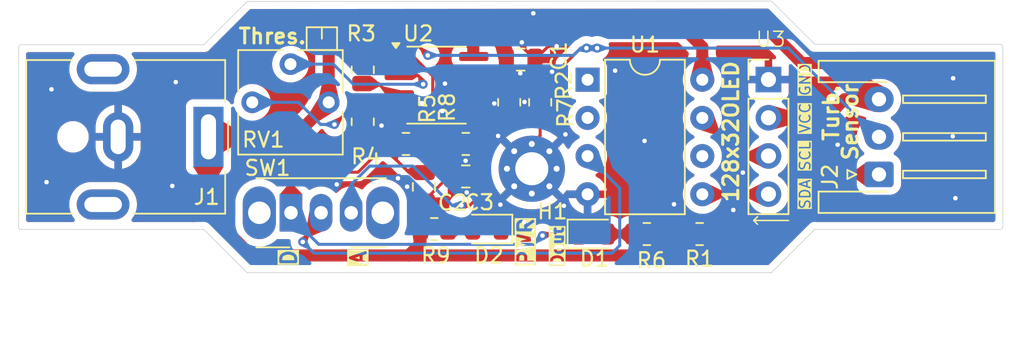
<source format=kicad_pcb>
(kicad_pcb (version 20240108) (generator "pcbnew") (generator_version "8.0")
  (title_block (title "Turbidity Meter based on ATTiny13") (date "2024-12-04") (rev "1.0") (company "Bandung Institute of Technology (ITB)") (comment 1 "Bostang Palaguna") (comment 2 "Designed by:"))
  (layers (0 "F.Cu" signal) (31 "B.Cu" signal) (34 "B.Paste" user) (35 "F.Paste" user) (36 "B.SilkS" user "B.Silkscreen") (37 "F.SilkS" user "F.Silkscreen") (38 "B.Mask" user) (39 "F.Mask" user) (44 "Edge.Cuts" user))
  (net 0 "")
  (net 1 "GND")
  (net 2 "+5V")
  (net 3 "/Digital_out")
  (net 4 "/Analog_out")
  (net 5 "Net-(D1-A)")
  (net 6 "Net-(D2-A)")
  (net 7 "/in_amp")
  (net 8 "Net-(J2-Pin_1)")
  (net 9 "Net-(U2A-+)")
  (net 10 "Net-(R4-Pad1)")
  (net 11 "Net-(R5-Pad1)")
  (net 12 "Net-(U2B-+)")
  (net 13 "Net-(U2B--)")
  (net 14 "/thres_pot")
  (net 15 "/Sensor_out")
  (net 17 "/OLED_SDA")
  (net 18 "/OLED_SCL")
  (footprint "LED_SMD:LED_0805_2012Metric" (layer "F.Cu") (at 67.001 29.0576 180)
    (property "Reference" "D2" (at -0.1293 -1.7526 360) (layer "F.SilkS"))
    (property "Value" "LED")
    (fp_line (start 1 -0.96) (end -1.685 -0.96) (stroke (width 0.12)) (layer "F.SilkS"))
    (fp_line (start -1.685 0.96) (end 1 0.96) (stroke (width 0.12)) (layer "F.SilkS"))
    (fp_line (start -1.685 -0.96) (end -1.685 0.96) (stroke (width 0.12)) (layer "F.SilkS"))
    (pad "1" smd roundrect (at -0.9375 0 180) (size 0.975 1.4) (layers "F.Cu" "F.Paste" "F.Mask") (net 1 "GND"))
    (pad "2" smd roundrect (at 0.9375 0 180) (size 0.975 1.4) (layers "F.Cu" "F.Paste" "F.Mask") (net 6 "Net-(D2-A)"))
  )
  (footprint "Resistor_SMD:R_0805_2012Metric" (layer "F.Cu") (at 81.1257 29.3878 180)
    (property "Reference" "R1" (at 0 -1.65 360) (layer "F.SilkS"))
    (property "Value" "500")
    (fp_line (start -0.227064 0.735) (end 0.227064 0.735) (stroke (width 0.12)) (layer "F.SilkS"))
    (fp_line (start -0.227064 -0.735) (end 0.227064 -0.735) (stroke (width 0.12)) (layer "F.SilkS"))
    (pad "1" smd roundrect (at -0.9125 0 180) (size 1.025 1.4) (layers "F.Cu" "F.Paste" "F.Mask") (roundrect_rratio 0.243902) (net 8 "Net-(J2-Pin_1)"))
    (pad "2" smd roundrect (at 0.9125 0 180) (size 1.025 1.4) (layers "F.Cu" "F.Paste" "F.Mask") (roundrect_rratio 0.243902) (net 1 "GND"))
  )
  (footprint "Resistor_SMD:R_0805_2012Metric" (layer "F.Cu") (at 61.6204 23.3934 180)
    (property "Reference" "R5" (at -1.4205 2.3368 90) (layer "F.SilkS"))
    (property "Value" "100")
    (fp_line (start -0.227064 0.735) (end 0.227064 0.735) (stroke (width 0.12)) (layer "F.SilkS"))
    (fp_line (start -0.227064 -0.735) (end 0.227064 -0.735) (stroke (width 0.12)) (layer "F.SilkS"))
    (pad "1" smd roundrect (at -0.9125 0 180) (size 1.025 1.4) (layers "F.Cu" "F.Paste" "F.Mask") (roundrect_rratio 0.243902) (net 11 "Net-(R5-Pad1)"))
    (pad "2" smd roundrect (at 0.9125 0 180) (size 1.025 1.4) (layers "F.Cu" "F.Paste" "F.Mask") (roundrect_rratio 0.243902) (net 3 "/Digital_out"))
  )
  (footprint "Resistor_SMD:R_0805_2012Metric" (layer "F.Cu") (at 58.7483 21.9183 -90)
    (property "Reference" "R4" (at 2.3133 -0.2032 180) (layer "F.SilkS"))
    (property "Value" "22")
    (fp_line (start -0.227064 0.735) (end 0.227064 0.735) (stroke (width 0.12)) (layer "F.SilkS"))
    (fp_line (start -0.227064 -0.735) (end 0.227064 -0.735) (stroke (width 0.12)) (layer "F.SilkS"))
    (pad "1" smd roundrect (at -0.9125 0 270) (size 1.025 1.4) (layers "F.Cu" "F.Paste" "F.Mask") (roundrect_rratio 0.243902) (net 10 "Net-(R4-Pad1)"))
    (pad "2" smd roundrect (at 0.9125 0 270) (size 1.025 1.4) (layers "F.Cu" "F.Paste" "F.Mask") (roundrect_rratio 0.243902) (net 1 "GND"))
  )
  (footprint "LED_SMD:LED_0805_2012Metric" (layer "F.Cu") (at 74.0376 29.3878)
    (property "Reference" "D1" (at 0.1012 1.651 0) (layer "F.SilkS"))
    (property "Value" "LED")
    (fp_line (start -1.685 -0.96) (end -1.685 0.96) (stroke (width 0.12)) (layer "F.SilkS"))
    (fp_line (start -1.685 0.96) (end 1 0.96) (stroke (width 0.12)) (layer "F.SilkS"))
    (fp_line (start 1 -0.96) (end -1.685 -0.96) (stroke (width 0.12)) (layer "F.SilkS"))
    (pad "1" smd roundrect (at -0.9375 0) (size 0.975 1.4) (layers "F.Cu" "F.Paste" "F.Mask") (net 3 "/Digital_out"))
    (pad "2" smd roundrect (at 0.9375 0) (size 0.975 1.4) (layers "F.Cu" "F.Paste" "F.Mask") (net 5 "Net-(D1-A)"))
  )
  (footprint "Resistor_SMD:R_0805_2012Metric" (layer "F.Cu") (at 58.7483 18.4639 -90)
    (property "Reference" "R3" (at -2.4111 0.1016 180) (layer "F.SilkS"))
    (property "Value" "10K")
    (fp_line (start -0.227064 0.735) (end 0.227064 0.735) (stroke (width 0.12)) (layer "F.SilkS"))
    (fp_line (start -0.227064 -0.735) (end 0.227064 -0.735) (stroke (width 0.12)) (layer "F.SilkS"))
    (pad "1" smd roundrect (at -0.9125 0 270) (size 1.025 1.4) (layers "F.Cu" "F.Paste" "F.Mask") (roundrect_rratio 0.243902) (net 7 "/in_amp"))
    (pad "2" smd roundrect (at 0.9125 0 270) (size 1.025 1.4) (layers "F.Cu" "F.Paste" "F.Mask") (roundrect_rratio 0.243902) (net 9 "Net-(U2A-+)"))
  )
  (footprint "Resistor_SMD:R_0805_2012Metric" (layer "F.Cu") (at 65.5942 23.3934)
    (property "Reference" "R8" (at -1.2427 -2.4384 90) (layer "F.SilkS"))
    (property "Value" "1K")
    (fp_line (start -0.227064 -0.735) (end 0.227064 -0.735) (stroke (width 0.12)) (layer "F.SilkS"))
    (fp_line (start -0.227064 0.735) (end 0.227064 0.735) (stroke (width 0.12)) (layer "F.SilkS"))
    (pad "1" smd roundrect (at -0.9125 0) (size 1.025 1.4) (layers "F.Cu" "F.Paste" "F.Mask") (roundrect_rratio 0.243902) (net 13 "Net-(U2B--)"))
    (pad "2" smd roundrect (at 0.9125 0) (size 1.025 1.4) (layers "F.Cu" "F.Paste" "F.Mask") (roundrect_rratio 0.243902) (net 4 "/Analog_out"))
  )
  (footprint "Resistor_SMD:R_0805_2012Metric" (layer "F.Cu") (at 68.4765 20.6229 -90)
    (property "Reference" "R7" (at 0.7131 -3.7338 -90) (layer "F.SilkS"))
    (property "Value" "10K")
    (fp_line (start -0.227064 0.735) (end 0.227064 0.735) (stroke (width 0.12)) (layer "F.SilkS"))
    (fp_line (start -0.227064 -0.735) (end 0.227064 -0.735) (stroke (width 0.12)) (layer "F.SilkS"))
    (pad "1" smd roundrect (at -0.9125 0 270) (size 1.025 1.4) (layers "F.Cu" "F.Paste" "F.Mask") (roundrect_rratio 0.243902) (net 7 "/in_amp"))
    (pad "2" smd roundrect (at 0.9125 0 270) (size 1.025 1.4) (layers "F.Cu" "F.Paste" "F.Mask") (roundrect_rratio 0.243902) (net 12 "Net-(U2B-+)"))
  )
  (footprint "Package_DIP:DIP-8_W7.62mm" (layer "F.Cu") (at 73.6835 19.1216)
    (property "Reference" "U1" (at 3.81 -2.33 0) (layer "F.SilkS"))
    (property "Value" "ATtiny13A-P")
    (fp_line (start 1.16 -1.33) (end 1.16 8.95) (stroke (width 0.12)) (layer "F.SilkS"))
    (fp_line (start 1.16 8.95) (end 6.46 8.95) (stroke (width 0.12)) (layer "F.SilkS"))
    (fp_line (start 2.81 -1.33) (end 1.16 -1.33) (stroke (width 0.12)) (layer "F.SilkS"))
    (fp_line (start 6.46 -1.33) (end 4.81 -1.33) (stroke (width 0.12)) (layer "F.SilkS"))
    (fp_line (start 6.46 8.95) (end 6.46 -1.33) (stroke (width 0.12)) (layer "F.SilkS"))
    (fp_arc (start 4.81 -1.33) (mid 3.81 -0.33) (end 2.81 -1.33) (stroke (width 0.12)) (layer "F.SilkS"))
    (pad "1" thru_hole rect (at 0 0) (size 1.6 1.6) (drill 0.8) (layers "*.Cu" "*.Mask"))
    (pad "2" thru_hole oval (at 0 2.54) (size 1.6 1.6) (drill 0.8) (layers "*.Cu" "*.Mask"))
    (pad "3" thru_hole oval (at 0 5.08) (size 1.6 1.6) (drill 0.8) (layers "*.Cu" "*.Mask") (net 15 "/Sensor_out"))
    (pad "4" thru_hole oval (at 0 7.62) (size 1.6 1.6) (drill 0.8) (layers "*.Cu" "*.Mask") (net 1 "GND"))
    (pad "5" thru_hole oval (at 7.62 7.62) (size 1.6 1.6) (drill 0.8) (layers "*.Cu" "*.Mask") (net 17 "/OLED_SDA"))
    (pad "6" thru_hole oval (at 7.62 5.08) (size 1.6 1.6) (drill 0.8) (layers "*.Cu" "*.Mask"))
    (pad "7" thru_hole oval (at 7.62 2.54) (size 1.6 1.6) (drill 0.8) (layers "*.Cu" "*.Mask") (net 18 "/OLED_SCL"))
    (pad "8" thru_hole oval (at 7.62 0) (size 1.6 1.6) (drill 0.8) (layers "*.Cu" "*.Mask") (net 2 "+5V"))
  )
  (footprint "Connector_JST:JST_XH_S3B-XH-A-1_1x03_P2.50mm_Horizontal" (layer "F.Cu") (at 93.0383 25.4216 90)
    (property "Reference" "J2" (at -0.1562 -3.2512 90) (layer "F.SilkS"))
    (property "Value" "Conn_01x03")
    (fp_line (start 7.56 -4.01) (end 6.14 -4.01) (stroke (width 0.12)) (layer "F.SilkS"))
    (fp_line (start 6.14 -4.01) (end 6.14 0.49) (stroke (width 0.12)) (layer "F.SilkS"))
    (fp_line (start -1.14 -4.01) (end -1.14 0.49) (stroke (width 0.12)) (layer "F.SilkS"))
    (fp_line (start -2.56 -4.01) (end -1.14 -4.01) (stroke (width 0.12)) (layer "F.SilkS"))
    (fp_line (start 0.3 -2.1) (end 0 -1.5) (stroke (width 0.12)) (layer "F.SilkS"))
    (fp_line (start -0.3 -2.1) (end 0.3 -2.1) (stroke (width 0.12)) (layer "F.SilkS"))
    (fp_line (start 0 -1.5) (end -0.3 -2.1) (stroke (width 0.12)) (layer "F.SilkS"))
    (fp_line (start 5.25 1.6) (end 4.75 1.6) (stroke (width 0.12)) (layer "F.SilkS"))
    (fp_line (start 4.75 1.6) (end 4.75 7.1) (stroke (width 0.12)) (layer "F.SilkS"))
    (fp_line (start 2.75 1.6) (end 2.25 1.6) (stroke (width 0.12)) (layer "F.SilkS"))
    (fp_line (start 2.25 1.6) (end 2.25 7.1) (stroke (width 0.12)) (layer "F.SilkS"))
    (fp_line (start 0.25 1.6) (end -0.25 1.6) (stroke (width 0.12)) (layer "F.SilkS"))
    (fp_line (start -0.25 1.6) (end -0.25 7.1) (stroke (width 0.12)) (layer "F.SilkS"))
    (fp_line (start 5.25 7.1) (end 5.25 1.6) (stroke (width 0.12)) (layer "F.SilkS"))
    (fp_line (start 4.75 7.1) (end 5.25 7.1) (stroke (width 0.12)) (layer "F.SilkS"))
    (fp_line (start 2.75 7.1) (end 2.75 1.6) (stroke (width 0.12)) (layer "F.SilkS"))
    (fp_line (start 2.25 7.1) (end 2.75 7.1) (stroke (width 0.12)) (layer "F.SilkS"))
    (fp_line (start 0.25 7.1) (end 0.25 1.6) (stroke (width 0.12)) (layer "F.SilkS"))
    (fp_line (start -0.25 7.1) (end 0.25 7.1) (stroke (width 0.12)) (layer "F.SilkS"))
    (fp_line (start 7.56 7.71) (end 7.56 -4.01) (stroke (width 0.12)) (layer "F.SilkS"))
    (fp_line (start 2.5 7.71) (end 7.56 7.71) (stroke (width 0.12)) (layer "F.SilkS"))
    (fp_line (start 2.5 7.71) (end -2.56 7.71) (stroke (width 0.12)) (layer "F.SilkS"))
    (fp_line (start -2.56 7.71) (end -2.56 -4.01) (stroke (width 0.12)) (layer "F.SilkS"))
    (pad "1" thru_hole roundrect (at 0 0 90) (size 1.7 1.95) (drill 0.95) (layers "*.Cu" "*.Mask") (roundrect_rratio 0.147059) (net 8 "Net-(J2-Pin_1)"))
    (pad "2" thru_hole oval (at 2.5 0 90) (size 1.7 1.95) (drill 0.95) (layers "*.Cu" "*.Mask") (net 7 "/in_amp"))
    (pad "3" thru_hole oval (at 5 0 90) (size 1.7 1.95) (drill 0.95) (layers "*.Cu" "*.Mask") (net 2 "+5V"))
  )
  (footprint "Package_SO:SOIC-8_3.9x4.9mm_P1.27mm" (layer "F.Cu") (at 63.6505 19.4818)
    (property "Reference" "U2" (at -1.2192 -3.429 0) (layer "F.SilkS"))
    (property "Value" "LMV358")
    (fp_line (start 0 -2.56) (end -1.95 -2.56) (stroke (width 0.12)) (layer "F.SilkS"))
    (fp_line (start 0 -2.56) (end 1.95 -2.56) (stroke (width 0.12)) (layer "F.SilkS"))
    (fp_line (start 0 2.56) (end -1.95 2.56) (stroke (width 0.12)) (layer "F.SilkS"))
    (fp_line (start 0 2.56) (end 1.95 2.56) (stroke (width 0.12)) (layer "F.SilkS"))
    (fp_poly (pts (xy -2.7 -2.465) (xy -2.94 -2.795) (xy -2.46 -2.795) (xy -2.7 -2.465)) (stroke (width 0.12)) (fill solid) (layer "F.SilkS"))
    (pad "1" smd roundrect (at -2.475 -1.905) (size 1.95 0.6) (layers "F.Cu" "F.Paste" "F.Mask") (net 11 "Net-(R5-Pad1)"))
    (pad "2" smd roundrect (at -2.475 -0.635) (size 1.95 0.6) (layers "F.Cu" "F.Paste" "F.Mask") (net 14 "/thres_pot"))
    (pad "3" smd roundrect (at -2.475 0.635) (size 1.95 0.6) (layers "F.Cu" "F.Paste" "F.Mask") (net 9 "Net-(U2A-+)"))
    (pad "4" smd roundrect (at -2.475 1.905) (size 1.95 0.6) (layers "F.Cu" "F.Paste" "F.Mask") (net 1 "GND"))
    (pad "5" smd roundrect (at 2.475 1.905) (size 1.95 0.6) (layers "F.Cu" "F.Paste" "F.Mask") (net 12 "Net-(U2B-+)"))
    (pad "6" smd roundrect (at 2.475 0.635) (size 1.95 0.6) (layers "F.Cu" "F.Paste" "F.Mask") (net 13 "Net-(U2B--)"))
    (pad "7" smd roundrect (at 2.475 -0.635) (size 1.95 0.6) (layers "F.Cu" "F.Paste" "F.Mask") (net 13 "Net-(U2B--)"))
    (pad "8" smd roundrect (at 2.475 -1.905) (size 1.95 0.6) (layers "F.Cu" "F.Paste" "F.Mask") (net 2 "+5V"))
  )
  (footprint "Capacitor_SMD:C_0805_2012Metric" (layer "F.Cu") (at 65.5942 25.5566)
    (property "Reference" "C3" (at 0.9011 1.723 360) (layer "F.SilkS"))
    (property "Value" "10u")
    (fp_line (start -0.261252 -0.735) (end 0.261252 -0.735) (stroke (width 0.12)) (layer "F.SilkS"))
    (fp_line (start -0.261252 0.735) (end 0.261252 0.735) (stroke (width 0.12)) (layer "F.SilkS"))
    (pad "1" smd roundrect (at -0.95 0) (size 1 1.45) (layers "F.Cu" "F.Paste" "F.Mask") (net 1 "GND"))
    (pad "2" smd roundrect (at 0.95 0) (size 1 1.45) (layers "F.Cu" "F.Paste" "F.Mask") (net 4 "/Analog_out"))
  )
  (footprint "Resistor_SMD:R_0805_2012Metric" (layer "F.Cu") (at 70.5339 20.6229 -90)
    (property "Reference" "R2" (at -1.1157 -1.5748 -90) (layer "F.SilkS"))
    (property "Value" "4K7")
    (fp_line (start -0.227064 0.735) (end 0.227064 0.735) (stroke (width 0.12)) (layer "F.SilkS"))
    (fp_line (start -0.227064 -0.735) (end 0.227064 -0.735) (stroke (width 0.12)) (layer "F.SilkS"))
    (pad "1" smd roundrect (at -0.9125 0 270) (size 1.025 1.4) (layers "F.Cu" "F.Paste" "F.Mask") (roundrect_rratio 0.243902) (net 7 "/in_amp"))
    (pad "2" smd roundrect (at 0.9125 0 270) (size 1.025 1.4) (layers "F.Cu" "F.Paste" "F.Mask") (roundrect_rratio 0.243902) (net 1 "GND"))
  )
  (footprint "Button_Switch_THT:SW_Slide_SPDT_Angled_CK_OS102011MA1Q" (layer "F.Cu") (at 53.9797 27.972)
    (property "Reference" "SW1" (at -1.556 -2.9784 360) (layer "F.SilkS"))
    (property "Value" "SW_SPDT")
    (fp_line (start -2.3 -2.3) (end 6.3 -2.3) (stroke (width 0.12)) (layer "F.SilkS"))
    (fp_line (start -2.3 2.3) (end -0.1 2.3) (stroke (width 0.12)) (layer "F.SilkS"))
    (fp_line (start 4 2.3) (end 6.3 2.3) (stroke (width 0.12)) (layer "F.SilkS"))
    (pad "" thru_hole oval (at -2.1 0) (size 2.2 3.5) (drill 1.5) (layers "*.Cu" "*.Mask"))
    (pad "" thru_hole oval (at 6.1 0) (size 2.2 3.5) (drill 1.5) (layers "*.Cu" "*.Mask"))
    (pad "1" thru_hole rect (at 0 0) (size 1.5 2.5) (drill 0.9) (layers "*.Cu" "*.Mask") (net 3 "/Digital_out"))
    (pad "2" thru_hole oval (at 2 0) (size 1.5 2.5) (drill 0.9) (layers "*.Cu" "*.Mask") (net 15 "/Sensor_out"))
    (pad "3" thru_hole oval (at 4 0) (size 1.5 2.5) (drill 0.9) (layers "*.Cu" "*.Mask") (net 4 "/Analog_out"))
  )
  (footprint "Capacitor_SMD:C_0805_2012Metric" (layer "F.Cu") (at 69.2385 17.78 180)
    (property "Reference" "C1" (at -2.54 0.2286 90) (layer "F.SilkS"))
    (property "Value" "10u")
    (fp_line (start -0.261252 0.735) (end 0.261252 0.735) (stroke (width 0.12)) (layer "F.SilkS"))
    (fp_line (start -0.261252 -0.735) (end 0.261252 -0.735) (stroke (width 0.12)) (layer "F.SilkS"))
    (pad "1" smd roundrect (at -0.95 0 180) (size 1 1.45) (layers "F.Cu" "F.Paste" "F.Mask") (net 1 "GND"))
    (pad "2" smd roundrect (at 0.95 0 180) (size 1 1.45) (layers "F.Cu" "F.Paste" "F.Mask") (net 2 "+5V"))
  )
  (footprint "MountingHole:MountingHole_2.2mm_M2_Pad_Via" (layer "F.Cu") (at 69.976774 25.042726)
    (property "Reference" "H1" (at 1.371826 2.846474 0) (layer "F.SilkS"))
    (property "Value" "MountingHole_Pad")
    (pad "1" thru_hole circle (at -1.65 0) (size 0.7 0.7) (drill 0.4) (layers "*.Cu" "*.Mask") (net 1 "GND"))
    (pad "1" thru_hole circle (at -1.166726 -1.166726) (size 0.7 0.7) (drill 0.4) (layers "*.Cu" "*.Mask") (net 1 "GND"))
    (pad "1" thru_hole circle (at -1.166726 1.166726) (size 0.7 0.7) (drill 0.4) (layers "*.Cu" "*.Mask") (net 1 "GND"))
    (pad "1" thru_hole circle (at 0 -1.65) (size 0.7 0.7) (drill 0.4) (layers "*.Cu" "*.Mask") (net 1 "GND"))
    (pad "1" thru_hole circle (at 0 0) (size 4.4 4.4) (drill 2.2) (layers "*.Cu" "*.Mask") (net 1 "GND"))
    (pad "1" thru_hole circle (at 0 1.65) (size 0.7 0.7) (drill 0.4) (layers "*.Cu" "*.Mask") (net 1 "GND"))
    (pad "1" thru_hole circle (at 1.166726 -1.166726) (size 0.7 0.7) (drill 0.4) (layers "*.Cu" "*.Mask") (net 1 "GND"))
    (pad "1" thru_hole circle (at 1.166726 1.166726) (size 0.7 0.7) (drill 0.4) (layers "*.Cu" "*.Mask") (net 1 "GND"))
    (pad "1" thru_hole circle (at 1.65 0) (size 0.7 0.7) (drill 0.4) (layers "*.Cu" "*.Mask") (net 1 "GND"))
  )
  (footprint "Connector_BarrelJack:BarrelJack_CUI_PJ-063AH_Horizontal" (layer "F.Cu") (at 48.5003 22.9216 -90)
    (property "Reference" "J1" (at 4.0024 0.1152 180) (layer "F.SilkS"))
    (property "Value" "Conn_01x02")
    (fp_line (start -5.11 12.11) (end -5.11 9.05) (stroke (width 0.12)) (layer "F.SilkS"))
    (fp_line (start 5.11 12.11) (end -5.11 12.11) (stroke (width 0.12)) (layer "F.SilkS"))
    (fp_line (start 5.11 9.05) (end 5.11 12.11) (stroke (width 0.12)) (layer "F.SilkS"))
    (fp_line (start -5.11 4.95) (end -5.11 -1.11) (stroke (width 0.12)) (layer "F.SilkS"))
    (fp_line (start -5.11 -1.11) (end -2.3 -1.11) (stroke (width 0.12)) (layer "F.SilkS"))
    (fp_line (start 2.3 -1.11) (end 5.11 -1.11) (stroke (width 0.12)) (layer "F.SilkS"))
    (fp_line (start 5.11 -1.11) (end 5.11 4.95) (stroke (width 0.12)) (layer "F.SilkS"))
    (fp_line (start -1 -1.3) (end 1 -1.3) (stroke (width 0.12)) (layer "F.SilkS"))
    (pad "" np_thru_hole circle (at 0 9 270) (size 1.6 1.6) (drill 1.6) (layers "*.Cu" "*.Mask"))
    (pad "1" thru_hole rect (at 0 0 270) (size 4 2) (drill oval 3 1) (layers "*.Cu" "*.Mask") (net 2 "+5V"))
    (pad "2" thru_hole oval (at 0 6 270) (size 3.3 2) (drill oval 2.3 1) (layers "*.Cu" "*.Mask") (net 1 "GND"))
    (pad "MP" thru_hole oval (at -4.5 7 270) (size 2 3.5) (drill oval 1 2.5) (layers "*.Cu" "*.Mask"))
    (pad "MP" thru_hole oval (at 4.5 7 270) (size 2 3.5) (drill oval 1 2.5) (layers "*.Cu" "*.Mask"))
  )
  (footprint "Potentiometer_THT:Potentiometer_Bourns_3266P_Horizontal" (layer "F.Cu") (at 56.4877 20.6248 -90)
    (property "Reference" "RV1" (at 2.4892 4.3434 180) (layer "F.SilkS"))
    (property "Value" "10K")
    (fp_line (start -3.475 6.015) (end -0.649 6.015) (stroke (width 0.12)) (layer "F.SilkS"))
    (fp_line (start 0.65 6.015) (end 3.475 6.015) (stroke (width 0.12)) (layer "F.SilkS"))
    (fp_line (start -3.475 3.036) (end -3.475 6.015) (stroke (width 0.12)) (layer "F.SilkS"))
    (fp_line (start -4.995 1.465) (end -3.476 1.465) (stroke (width 0.12)) (layer "F.SilkS"))
    (fp_line (start -4.995 0.455) (end -4.236 0.455) (stroke (width 0.12)) (layer "F.SilkS"))
    (fp_line (start -4.995 -0.555) (end -4.995 1.465) (stroke (width 0.12)) (layer "F.SilkS"))
    (fp_line (start -4.995 -0.555) (end -3.476 -0.555) (stroke (width 0.12)) (layer "F.SilkS"))
    (fp_line (start -3.476 -0.555) (end -3.476 1.465) (stroke (width 0.12)) (layer "F.SilkS"))
    (fp_line (start -3.475 -0.935) (end -3.475 2.045) (stroke (width 0.12)) (layer "F.SilkS"))
    (fp_line (start -3.475 -0.935) (end -0.649 -0.935) (stroke (width 0.12)) (layer "F.SilkS"))
    (fp_line (start 0.65 -0.935) (end 3.475 -0.935) (stroke (width 0.12)) (layer "F.SilkS"))
    (fp_line (start 3.475 -0.935) (end 3.475 6.015) (stroke (width 0.12)) (layer "F.SilkS"))
    (pad "1" thru_hole circle (at 0 0 270) (size 1.44 1.44) (drill 0.8) (layers "*.Cu" "*.Mask") (net 2 "+5V"))
    (pad "2" thru_hole circle (at -2.54 2.54 270) (size 1.44 1.44) (drill 0.8) (layers "*.Cu" "*.Mask") (net 14 "/thres_pot"))
    (pad "3" thru_hole circle (at 0 5.08 270) (size 1.44 1.44) (drill 0.8) (layers "*.Cu" "*.Mask") (net 10 "Net-(R4-Pad1)"))
  )
  (footprint "TurbidityComponents:oled128x32" (layer "F.Cu") (at 85.7231 20.7372)
    (property "Reference" "U3" (at 0.127 -4.3021 0) (layer "F.SilkS") (effects (font (thickness 0.1))))
    (property "Value" "~")
    (fp_line (start -1.3554 -2.9556) (end -0.0254 -2.9556) (stroke (width 0.12)) (layer "F.SilkS"))
    (fp_line (start -1.3554 -1.6256) (end -1.3554 -2.9556) (stroke (width 0.12)) (layer "F.SilkS"))
    (fp_line (start -1.3554 -0.3556) (end -1.3554 7.3244) (stroke (width 0.12)) (layer "F.SilkS"))
    (fp_line (start -1.3554 -0.3556) (end 1.3046 -0.3556) (stroke (width 0.12)) (layer "F.SilkS"))
    (fp_line (start -1.3554 7.3244) (end 1.3046 7.3244) (stroke (width 0.12)) (layer "F.SilkS"))
    (fp_line (start -1.0033 7.747) (end -0.7493 7.493) (stroke (width 0.1)) (layer "F.SilkS"))
    (fp_line (start -1.0033 7.747) (end 1.3081 7.747) (stroke (width 0.1)) (layer "F.SilkS"))
    (fp_line (start -0.7493 8.001) (end -1.0033 7.747) (stroke (width 0.1)) (layer "F.SilkS"))
    (fp_line (start 1.3046 -0.3556) (end 1.3046 7.3244) (stroke (width 0.12)) (layer "F.SilkS"))
    (fp_text user "SDA" (at 2.8194 7.057734 90) (layer "F.SilkS" knockout) (effects (font (size 0.7 0.7) (thickness 0.1)) (justify left bottom)))
    (fp_text user "GND" (at 2.8194 -0.478933 90) (layer "F.SilkS" knockout) (effects (font (size 0.7 0.7) (thickness 0.1)) (justify left bottom)))
    (fp_text user "128x32OLED" (at -1.9304 6.6294 90) (layer "F.SilkS") (effects (font (thickness 0.2) (bold yes)) (justify left bottom)))
    (fp_text user "VCC" (at 2.8194 1.9944 90) (layer "F.SilkS" knockout) (effects (font (size 0.7 0.7) (thickness 0.1)) (justify left bottom)))
    (fp_text user "SCL" (at 2.8194 4.501067 90) (layer "F.SilkS" knockout) (effects (font (size 0.7 0.7) (thickness 0.1)) (justify left bottom)))
    (pad "1" thru_hole rect (at -0.0254 -1.6256) (size 1.7 1.7) (drill 1) (layers "*.Cu" "*.Mask") (net 1 "GND"))
    (pad "2" thru_hole oval (at -0.0254 0.9144) (size 1.7 1.7) (drill 1) (layers "*.Cu" "*.Mask") (net 2 "+5V"))
    (pad "3" thru_hole oval (at -0.0254 3.4544) (size 1.7 1.7) (drill 1) (layers "*.Cu" "*.Mask") (net 18 "/OLED_SCL"))
    (pad "4" thru_hole oval (at -0.0254 5.9944) (size 1.7 1.7) (drill 1) (layers "*.Cu" "*.Mask") (net 17 "/OLED_SDA"))
  )
  (footprint "Resistor_SMD:R_0805_2012Metric" (layer "F.Cu") (at 63.4981 29.0576 180)
    (property "Reference" "R9" (at -0.1035 -1.7526 360) (layer "F.SilkS"))
    (property "Value" "10K")
    (fp_line (start -0.227064 0.735) (end 0.227064 0.735) (stroke (width 0.12)) (layer "F.SilkS"))
    (fp_line (start -0.227064 -0.735) (end 0.227064 -0.735) (stroke (width 0.12)) (layer "F.SilkS"))
    (pad "1" smd roundrect (at -0.9125 0 180) (size 1.025 1.4) (layers "F.Cu" "F.Paste" "F.Mask") (roundrect_rratio 0.243902) (net 6 "Net-(D2-A)"))
    (pad "2" smd roundrect (at 0.9125 0 180) (size 1.025 1.4) (layers "F.Cu" "F.Paste" "F.Mask") (roundrect_rratio 0.243902) (net 2 "+5V"))
  )
  (footprint "Resistor_SMD:R_0805_2012Metric" (layer "F.Cu") (at 77.6186 29.3878)
    (property "Reference" "R6" (at 0.3048 1.7526 0) (layer "F.SilkS"))
    (property "Value" "1K")
    (fp_line (start -0.227064 -0.735) (end 0.227064 -0.735) (stroke (width 0.12)) (layer "F.SilkS"))
    (fp_line (start -0.227064 0.735) (end 0.227064 0.735) (stroke (width 0.12)) (layer "F.SilkS"))
    (pad "1" smd roundrect (at -0.9125 0) (size 1.025 1.4) (layers "F.Cu" "F.Paste" "F.Mask") (roundrect_rratio 0.243902) (net 5 "Net-(D1-A)"))
    (pad "2" smd roundrect (at 0.9125 0) (size 1.025 1.4) (layers "F.Cu" "F.Paste" "F.Mask") (roundrect_rratio 0.243902) (net 2 "+5V"))
  )
  (footprint "Capacitor_SMD:C_0805_2012Metric" (layer "F.Cu") (at 62.8123 26.2484 90)
    (property "Reference" "C2" (at -1.0566 1.905 180) (layer "F.SilkS"))
    (property "Value" "10u")
    (fp_line (start -0.261252 -0.735) (end 0.261252 -0.735) (stroke (width 0.12)) (layer "F.SilkS"))
    (fp_line (start -0.261252 0.735) (end 0.261252 0.735) (stroke (width 0.12)) (layer "F.SilkS"))
    (pad "1" smd roundrect (at -0.95 0 90) (size 1 1.45) (layers "F.Cu" "F.Paste" "F.Mask") (net 1 "GND"))
    (pad "2" smd roundrect (at 0.95 0 90) (size 1 1.45) (layers "F.Cu" "F.Paste" "F.Mask") (net 3 "/Digital_out"))
  )
  (gr_arc (start 101.0901 16.764) (mid 101.215824 16.816076) (end 101.2679 16.9418) (stroke (width 0.05)) (layer "Edge.Cuts"))
  (gr_arc (start 36.0661 29.083) (mid 35.940376 29.030924) (end 35.8883 28.9052) (stroke (width 0.05)) (layer "Edge.Cuts"))
  (gr_line (start 88.7711 29.083) (end 85.9009 31.9532) (stroke (width 0.05)) (layer "Edge.Cuts"))
  (gr_line (start 101.2679 16.9418) (end 101.2679 28.9052) (stroke (width 0.05)) (layer "Edge.Cuts"))
  (gr_line (start 88.7711 16.764) (end 85.9009 13.8938) (stroke (width 0.05)) (layer "Edge.Cuts"))
  (gr_line (start 51.0648 13.9192) (end 85.9009 13.8938) (stroke (width 0.05)) (layer "Edge.Cuts"))
  (gr_line (start 48.1946 16.7894) (end 51.0648 13.9192) (stroke (width 0.05)) (layer "Edge.Cuts"))
  (gr_line (start 101.0901 16.764) (end 88.7711 16.764) (stroke (width 0.05)) (layer "Edge.Cuts"))
  (gr_line (start 48.1946 16.7894) (end 36.0661 16.7894) (stroke (width 0.05)) (layer "Edge.Cuts"))
  (gr_line (start 101.0901 29.083) (end 88.7711 29.083) (stroke (width 0.05)) (layer "Edge.Cuts"))
  (gr_line (start 48.1946 29.083) (end 36.0661 29.083) (stroke (width 0.05)) (layer "Edge.Cuts"))
  (gr_line (start 48.1946 29.083) (end 51.0648 31.9532) (stroke (width 0.05)) (layer "Edge.Cuts"))
  (gr_line (start 35.8883 16.9672) (end 35.8883 28.9052) (stroke (width 0.05)) (layer "Edge.Cuts"))
  (gr_arc (start 35.8883 16.9672) (mid 35.940376 16.841476) (end 36.0661 16.7894) (stroke (width 0.05)) (layer "Edge.Cuts"))
  (gr_arc (start 101.2679 28.9052) (mid 101.215824 29.030924) (end 101.0901 29.083) (stroke (width 0.05)) (layer "Edge.Cuts"))
  (gr_line (start 51.0648 31.9532) (end 85.9009 31.9532) (stroke (width 0.05)) (layer "Edge.Cuts"))
  (gr_text "A" (at 59.055 31.526172 90) (layer "F.SilkS" knockout) (effects (font (size 1 1) (thickness 0.2) (bold yes)) (justify left bottom)))
  (gr_text "PWR" (at 70.1802 31.623 90) (layer "F.SilkS" knockout) (effects (font (size 1 1) (thickness 0.2) (bold yes)) (justify left bottom)))
  (gr_text "Thres." (at 50.3936 16.8148 0) (layer "F.SilkS") (effects (font (size 1 1) (thickness 0.2) (bold yes)) (justify left bottom)))
  (gr_text "Dout" (at 72.136 31.623 90) (layer "F.SilkS" knockout) (effects (font (size 0.75 0.75) (thickness 0.1875) (bold yes)) (justify left bottom)))
  (gr_text "Sensor" (at 91.7194 24.5872 90) (layer "F.SilkS") (effects (font (size 1 1) (thickness 0.2) (bold yes)) (justify left bottom)))
  (gr_text "Turb." (at 90.4494 23.2918 90) (layer "F.SilkS") (effects (font (size 1 1) (thickness 0.2) (bold yes)) (justify left bottom)))
  (gr_text "D" (at 54.4322 31.5976 90) (layer "F.SilkS" knockout) (effects (font (size 1 1) (thickness 0.2) (bold yes)) (justify left bottom)))
  (segment (start 65.5809 24.6199) (end 64.6442 25.5566) (width 0.2) (layer "F.Cu") (net 1))
  (segment (start 70.5339 21.5354) (end 70.4285 21.5354) (width 0.2) (layer "F.Cu") (net 1))
  (segment (start 70.1275 17.78) (end 69.2131 18.6944) (width 0.2) (layer "F.Cu") (net 1))
  (segment (start 59.3363 22.8308) (end 59.9929 22.1742) (width 0.2) (layer "F.Cu") (net 1))
  (segment (start 71.0775 16.891) (end 70.1885 17.78) (width 0.2) (layer "F.Cu") (net 1))
  (segment (start 64.0315 21.209) (end 64.0315 19.558) (width 0.2) (layer "F.Cu") (net 1))
  (segment (start 67.4765 19.213156) (end 67.4765 20.6916) (width 0.2) (layer "F.Cu") (net 1))
  (segment (start 64.6442 25.5566) (end 64.6442 25.6063) (width 0.2) (layer "F.Cu") (net 1))
  (segment (start 71.0013 18.5928) (end 70.1885 17.78) (width 0.2) (layer "F.Cu") (net 1))
  (segment (start 70.1885 17.78) (end 70.1275 17.78) (width 0.2) (layer "F.Cu") (net 1))
  (segment (start 67.4765 20.6916) (end 67.4859 20.701) (width 0.2) (layer "F.Cu") (net 1))
  (segment (start 67.5875 20.5994) (end 69.4925 20.5994) (width 0.2) (layer "F.Cu") (net 1))
  (segment (start 70.5339 22.8356) (end 70.5339 21.6408) (width 0.2) (layer "F.Cu") (net 1))
  (segment (start 61.6947 26.2382) (end 61.8521 26.2382) (width 0.2) (layer "F.Cu") (net 1))
  (segment (start 64.6442 25.6063) (end 65.6571 26.6192) (width 0.2) (layer "F.Cu") (net 1))
  (segment (start 64.4541 25.5566) (end 64.6442 25.5566) (width 0.2) (layer "F.Cu") (net 1))
  (segment (start 67.141052 18.2468) (end 67.5113 18.617048) (width 0.2) (layer "F.Cu") (net 1))
  (segment (start 70.5339 21.6408) (end 69.4925 20.5994) (width 0.2) (layer "F.Cu") (net 1))
  (segment (start 69.3147 16.9062) (end 70.1885 17.78) (width 0.2) (layer "F.Cu") (net 1))
  (segment (start 64.0315 19.558) (end 64.2093 19.3802) (width 0.2) (layer "F.Cu") (net 1))
  (segment (start 71.6261 16.891) (end 71.0775 16.891) (width 0.2) (layer "F.Cu") (net 1))
  (segment (start 67.5113 19.178356) (end 67.4765 19.213156) (width 0.2) (layer "F.Cu") (net 1))
  (segment (start 61.8521 26.2382) (end 62.8123 27.1984) (width 0.2) (layer "F.Cu") (net 1))
  (segment (start 69.976774 23.392726) (end 70.5339 22.8356) (width 0.2) (layer "F.Cu") (net 1))
  (segment (start 61.9741 21.3868) (end 61.1755 21.3868) (width 0.2) (layer "F.Cu") (net 1))
  (segment (start 65.109948 18.2468) (end 67.141052 18.2468) (width 0.2) (layer "F.Cu") (net 1))
  (segment (start 61.1755 21.3868) (end 60.7803 21.3868) (width 0.2) (layer "F.Cu") (net 1))
  (segment (start 62.8123 27.1984) (end 64.4541 25.5566) (width 0.2) (layer "F.Cu") (net 1))
  (segment (start 58.7483 22.8308) (end 59.3363 22.8308) (width 0.2) (layer "F.Cu") (net 1))
  (segment (start 62.6853 20.6756) (end 61.9741 21.3868) (width 0.2) (layer "F.Cu") (net 1))
  (segment (start 64.2093 19.147448) (end 65.109948 18.2468) (width 0.2) (layer "F.Cu") (net 1))
  (segment (start 69.3147 16.637) (end 69.3147 16.9062) (width 0.2) (layer "F.Cu") (net 1))
  (segment (start 71.3213 18.5928) (end 71.0013 18.5928) (width 0.2) (layer "F.Cu") (net 1))
  (segment (start 65.5809 24.511) (end 65.5809 24.6199) (width 0.2) (layer "F.Cu") (net 1))
  (segment (start 67.4859 20.701) (end 67.5875 20.5994) (width 0.2) (layer "F.Cu") (net 1))
  (segment (start 60.7803 21.3868) (end 59.9929 22.1742) (width 0.2) (layer "F.Cu") (net 1))
  (segment (start 67.5113 18.617048) (end 67.5113 19.178356) (width 0.2) (layer "F.Cu") (net 1))
  (segment (start 64.2093 19.3802) (end 64.2093 19.147448) (width 0.2) (layer "F.Cu") (net 1))
  (segment (start 70.4285 21.5354) (end 69.4925 20.5994) (width 0.2) (layer "F.Cu") (net 1))
  (via (at 65.6571 26.6192) (size 0.6) (drill 0.3) (layers "F.Cu" "B.Cu") (net 1))
  (via (at 69.2131 18.6944) (size 0.6) (drill 0.3) (layers "F.Cu" "B.Cu") (net 1))
  (via (at 67.7399 22.86) (size 0.6) (drill 0.3) (layers "F.Cu" "B.Cu") (net 1))
  (via (at 83.9959 25.2984) (size 0.6) (drill 0.3) (layers "F.Cu" "B.Cu") (net 1))
  (via (at 46.0991 26.1874) (size 0.6) (drill 0.3) (layers "F.Cu" "B.Cu") (net 1))
  (via (at 90.2951 23.4442) (size 0.6) (drill 0.3) (layers "F.Cu" "B.Cu") (net 1))
  (via (at 59.9929 22.1742) (size 0.6) (drill 0.3) (layers "F.Cu" "B.Cu") (net 1))
  (via (at 69.4925 20.5994) (size 0.6) (drill 0.3) (layers "F.Cu" "B.Cu") (net 1))
  (via (at 69.3147 16.637) (size 0.6) (drill 0.3) (layers "F.Cu" "B.Cu") (net 1))
  (via (at 70.077013 14.705338) (size 0.6) (drill 0.3) (layers "F.Cu" "B.Cu") (net 1))
  (via (at 98.1183 27.0002) (size 0.6) (drill 0.3) (layers "F.Cu" "B.Cu") (net 1))
  (via (at 61.0851 25.6794) (size 0.6) (drill 0.3) (layers "F.Cu" "B.Cu") (net 1))
  (via (at 37.7425 25.9334) (size 0.6) (drill 0.3) (layers "F.Cu" "B.Cu") (net 1))
  (via (at 77.4681 23.1902) (size 0.6) (drill 0.3) (layers "F.Cu" "B.Cu") (net 1))
  (via (at 97.9405 22.8854) (size 0.6) (drill 0.3) (layers "F.Cu" "B.Cu") (net 1))
  (via (at 97.9659 19.0246) (size 0.6) (drill 0.3) (layers "F.Cu" "B.Cu") (net 1))
  (via (at 67.8923 27.432) (size 0.6) (drill 0.3) (layers "F.Cu" "B.Cu") (net 1))
  (via (at 83.3609 27.7876) (size 0.6) (drill 0.3) (layers "F.Cu" "B.Cu") (net 1))
  (via (at 71.3213 18.5928) (size 0.6) (drill 0.3) (layers "F.Cu" "B.Cu") (net 1))
  (via (at 75.5123 18.5166) (size 0.6) (drill 0.3) (layers "F.Cu" "B.Cu") (net 1))
  (via (at 71.6261 16.891) (size 0.6) (drill 0.3) (layers "F.Cu" "B.Cu") (net 1))
  (via (at 72.2103 22.7584) (size 0.6) (drill 0.3) (layers "F.Cu" "B.Cu") (net 1))
  (via (at 67.4859 20.701) (size 0.6) (drill 0.3) (layers "F.Cu" "B.Cu") (net 1))
  (via (at 65.5809 24.511) (size 0.6) (drill 0.3) (layers "F.Cu" "B.Cu") (net 1))
  (via (at 69.4671 28.6004) (size 0.6) (drill 0.3) (layers "F.Cu" "B.Cu") (net 1))
  (via (at 62.6853 20.6756) (size 0.6) (drill 0.3) (layers "F.Cu" "B.Cu") (net 1))
  (via (at 57.0211 26.0858) (size 0.6) (drill 0.3) (layers "F.Cu" "B.Cu") (net 1))
  (via (at 64.2093 19.3802) (size 0.6) (drill 0.3) (layers "F.Cu" "B.Cu") (net 1))
  (via (at 38.0727 19.7612) (size 0.6) (drill 0.3) (layers "F.Cu" "B.Cu") (net 1))
  (via (at 64.0315 21.209) (size 0.6) (drill 0.3) (layers "F.Cu" "B.Cu") (net 1))
  (via (at 46.3277 19.2786) (size 0.6) (drill 0.3) (layers "F.Cu" "B.Cu") (net 1))
  (via (at 61.6947 26.2382) (size 0.6) (drill 0.3) (layers "F.Cu" "B.Cu") (net 1))
  (via (at 72.1087 27.5082) (size 0.6) (drill 0.3) (layers "F.Cu" "B.Cu") (net 1))
  (via (at 79.4239 27.4066) (size 0.6) (drill 0.3) (layers "F.Cu" "B.Cu") (net 1))
  (segment (start 57.3767 15.9512) (end 65.1745 15.9512) (width 0.8) (layer "F.Cu") (net 2))
  (segment (start 67.1049 15.9512) (end 66.3175 15.9512) (width 0.8) (layer "F.Cu") (net 2))
  (segment (start 48.5003 22.9216) (end 54.1909 22.9216) (width 0.8) (layer "F.Cu") (net 2))
  (segment (start 56.4877 20.6248) (end 56.4877 16.8402) (width 0.8) (layer "F.Cu") (net 2))
  (segment (start 78.5311 30.0878) (end 78.5311 29.3878) (width 0.8) (layer "F.Cu") (net 2))
  (segment (start 85.6977 21.6516) (end 89.5223 21.6516) (width 0.8) (layer "F.Cu") (net 2))
  (segment (start 66.3175 15.9512) (end 65.1745 15.9512) (width 0.8) (layer "F.Cu") (net 2))
  (segment (start 66.0889 16.8656) (end 66.0889 17.272) (width 0.8) (layer "F.Cu") (net 2))
  (segment (start 87.9075 18.0086) (end 90.6253 18.0086) (width 0.8) (layer "F.Cu") (net 2))
  (segment (start 48.5003 22.9216) (end 48.5003 27.979) (width 0.8) (layer "F.Cu") (net 2))
  (segment (start 54.1909 22.9216) (end 56.4877 20.6248) (width 0.8) (layer "F.Cu") (net 2))
  (segment (start 90.7523 20.4216) (end 93.0383 20.4216) (width 0.8) (layer "F.Cu") (net 2))
  (segment (start 66.5461 15.7226) (end 80.0843 15.7226) (width 0.8) (layer "F.Cu") (net 2))
  (segment (start 80.0843 15.7226) (end 80.3129 15.9512) (width 0.8) (layer "F.Cu") (net 2))
  (segment (start 85.8501 15.9512) (end 87.9075 18.0086) (width 0.8) (layer "F.Cu") (net 2))
  (segment (start 89.5223 21.6516) (end 90.7523 20.4216) (width 0.8) (layer "F.Cu") (net 2))
  (segment (start 61.7963 30.8102) (end 77.8087 30.8102) (width 0.8) (layer "F.Cu") (net 2))
  (segment (start 51.3315 30.8102) (end 61.7963 30.8102) (width 0.8) (layer "F.Cu") (net 2))
  (segment (start 61.7963 30.8102) (end 62.5856 30.0209) (width 0.8) (layer "F.Cu") (net 2))
  (segment (start 56.4877 16.8402) (end 57.3767 15.9512) (width 0.8) (layer "F.Cu") (net 2))
  (segment (start 77.8087 30.8102) (end 78.5311 30.0878) (width 0.8) (layer "F.Cu") (net 2))
  (segment (start 65.1745 15.9512) (end 66.0889 16.8656) (width 0.8) (layer "F.Cu") (net 2))
  (segment (start 66.3175 15.9512) (end 66.5461 15.7226) (width 0.8) (layer "F.Cu") (net 2))
  (segment (start 81.3035 16.9418) (end 81.3035 19.1216) (width 0.8) (layer "F.Cu") (net 2))
  (segment (start 68.2885 17.78) (end 68.2885 17.1348) (width 0.8) (layer "F.Cu") (net 2))
  (segment (start 80.3129 15.9512) (end 81.3035 16.9418) (width 0.8) (layer "F.Cu") (net 2))
  (segment (start 48.5003 27.979) (end 51.3315 30.8102) (width 0.8) (layer "F.Cu") (net 2))
  (segment (start 80.3129 15.9512) (end 85.8501 15.9512) (width 0.8) (layer "F.Cu") (net 2))
  (segment (start 90.6253 18.0086) (end 93.0383 20.4216) (width 0.8) (layer "F.Cu") (net 2))
  (segment (start 62.5856 30.0209) (end 62.5856 29.0576) (width 0.8) (layer "F.Cu") (net 2))
  (segment (start 68.2885 17.1348) (end 67.1049 15.9512) (width 0.8) (layer "F.Cu") (net 2))
  (segment (start 60.7079 24.1846) (end 61.8217 25.2984) (width 0.2) (layer "F.Cu") (net 3))
  (segment (start 60.7079 23.3934) (end 60.3231 23.3934) (width 0.2) (layer "F.Cu") (net 3))
  (segment (start 61.8217 25.2984) (end 62.8123 25.2984) (width 0.2) (layer "F.Cu") (net 3))
  (segment (start 70.6863 29.4894) (end 70.7879 29.3878) (width 0.2) (layer "F.Cu") (net 3))
  (segment (start 58.4435 25.273) (end 54.7351 25.273) (width 0.2) (layer "F.Cu") (net 3))
  (segment (start 53.9797 26.0284) (end 53.9797 27.972) (width 0.2) (layer "F.Cu") (net 3))
  (segment (start 60.7079 23.3934) (end 60.7079 24.1846) (width 0.2) (layer "F.Cu") (net 3))
  (segment (start 54.7351 25.273) (end 53.9797 26.0284) (width 0.2) (layer "F.Cu") (net 3))
  (segment (start 70.7879 29.3878) (end 73.1001 29.3878) (width 0.2) (layer "F.Cu") (net 3))
  (segment (start 60.3231 23.3934) (end 58.4435 25.273) (width 0.2) (layer "F.Cu") (net 3))
  (via (at 70.6863 29.4894) (size 0.6) (drill 0.3) (layers "F.Cu" "B.Cu") (net 3))
  (segment (start 53.9797 28.226) (end 53.9797 27.972) (width 0.2) (layer "B.Cu") (net 3))
  (segment (start 70.6863 29.4894) (end 70.1021 30.0736) (width 0.2) (layer "B.Cu") (net 3))
  (segment (start 54.0411 27.627) (end 54.0411 27.2288) (width 0.2) (layer "B.Cu") (net 3))
  (segment (start 70.1021 30.0736) (end 55.8273 30.0736) (width 0.2) (layer "B.Cu") (net 3))
  (segment (start 55.8273 30.0736) (end 53.9797 28.226) (width 0.2) (layer "B.Cu") (net 3))
  (segment (start 66.5067 25.5191) (end 66.5442 25.5566) (width 0.2) (layer "F.Cu") (net 4))
  (segment (start 65.8603 27.4828) (end 66.5442 26.7989) (width 0.2) (layer "F.Cu") (net 4))
  (segment (start 66.5067 23.3934) (end 66.5067 25.5191) (width 0.2) (layer "F.Cu") (net 4))
  (segment (start 65.3015 27.4828) (end 65.8603 27.4828) (width 0.2) (layer "F.Cu") (net 4))
  (segment (start 66.5442 26.7989) (end 66.5442 25.5566) (width 0.2) (layer "F.Cu") (net 4))
  (via (at 65.3015 27.4828) (size 0.6) (drill 0.3) (layers "F.Cu" "B.Cu") (net 4))
  (segment (start 62.0757 24.8666) (end 59.2055 24.8666) (width 0.2) (layer "B.Cu") (net 4))
  (segment (start 65.3015 27.4828) (end 64.6919 27.4828) (width 0.2) (layer "B.Cu") (net 4))
  (segment (start 59.2055 24.8666) (end 57.9797 26.0924) (width 0.2) (layer "B.Cu") (net 4))
  (segment (start 64.6919 27.4828) (end 62.0757 24.8666) (width 0.2) (layer "B.Cu") (net 4))
  (segment (start 57.9797 26.0924) (end 57.9797 27.972) (width 0.2) (layer "B.Cu") (net 4))
  (segment (start 74.9751 29.3878) (end 76.7061 29.3878) (width 0.2) (layer "F.Cu") (net 5))
  (segment (start 66.0635 29.0576) (end 64.4106 29.0576) (width 0.2) (layer "F.Cu") (net 6))
  (segment (start 70.5339 19.7104) (end 68.4765 19.7104) (width 0.2) (layer "F.Cu") (net 7))
  (segment (start 72.1595 19.1008) (end 71.5499 19.7104) (width 0.2) (layer "F.Cu") (net 7))
  (segment (start 61.7201 16.764) (end 62.3297 16.764) (width 0.2) (layer "F.Cu") (net 7))
  (segment (start 58.7483 17.5514) (end 59.5357 16.764) (width 0.2) (layer "F.Cu") (net 7))
  (segment (start 74.3185 17.018) (end 73.2263 17.018) (width 0.2) (layer "F.Cu") (net 7))
  (segment (start 62.3297 16.764) (end 63.0663 17.5006) (width 0.2) (layer "F.Cu") (net 7))
  (segment (start 59.5357 16.764) (end 61.7201 16.764) (width 0.2) (layer "F.Cu") (net 7))
  (segment (start 72.1595 18.0848) (end 72.1595 19.1008) (width 0.2) (layer "F.Cu") (net 7))
  (segment (start 71.5499 19.7104) (end 70.5339 19.7104) (width 0.2) (layer "F.Cu") (net 7))
  (segment (start 73.2263 17.018) (end 72.1595 18.0848) (width 0.2) (layer "F.Cu") (net 7))
  (via (at 63.0663 17.5006) (size 0.6) (drill 0.3) (layers "F.Cu" "B.Cu") (net 7))
  (via (at 74.3185 17.018) (size 0.6) (drill 0.3) (layers "F.Cu" "B.Cu") (net 7))
  (via (at 73.6073 17.018) (size 0.6) (drill 0.3) (layers "F.Cu" "B.Cu") (net 7))
  (segment (start 74.3185 17.018) (end 87.0185 17.018) (width 0.2) (layer "B.Cu") (net 7))
  (segment (start 72.7437 17.5006) (end 63.0663 17.5006) (width 0.2) (layer "B.Cu") (net 7))
  (segment (start 74.3185 17.018) (end 73.6073 17.018) (width 0.2) (layer "B.Cu") (net 7))
  (segment (start 73.2263 17.018) (end 72.7437 17.5006) (width 0.2) (layer "B.Cu") (net 7))
  (segment (start 92.9221 22.9216) (end 93.0383 22.9216) (width 0.2) (layer "B.Cu") (net 7))
  (segment (start 73.6073 17.018) (end 73.2263 17.018) (width 0.2) (layer "B.Cu") (net 7))
  (segment (start 87.0185 17.018) (end 92.9221 22.9216) (width 0.2) (layer "B.Cu") (net 7))
  (segment (start 82.0382 29.3878) (end 86.9677 29.3878) (width 0.2) (layer "F.Cu") (net 8))
  (segment (start 86.9677 29.3878) (end 90.9339 25.4216) (width 0.2) (layer "F.Cu") (net 8))
  (segment (start 90.9339 25.4216) (end 93.0383 25.4216) (width 0.2) (layer "F.Cu") (net 8))
  (segment (start 58.7483 19.3764) (end 59.7859 19.3764) (width 0.2) (layer "F.Cu") (net 9))
  (segment (start 59.7859 19.3764) (end 60.5263 20.1168) (width 0.2) (layer "F.Cu") (net 9))
  (segment (start 60.5263 20.1168) (end 61.1755 20.1168) (width 0.2) (layer "F.Cu") (net 9))
  (segment (start 56.8687 22.098) (end 57.9609 21.0058) (width 0.2) (layer "F.Cu") (net 10))
  (segment (start 57.9609 21.0058) (end 58.7483 21.0058) (width 0.2) (layer "F.Cu") (net 10))
  (via (at 56.8687 22.098) (size 0.6) (drill 0.3) (layers "F.Cu" "B.Cu") (net 10))
  (segment (start 56.8687 22.098) (end 55.9543 22.098) (width 0.2) (layer "B.Cu") (net 10))
  (segment (start 54.4811 20.6248) (end 51.4077 20.6248) (width 0.2) (layer "B.Cu") (net 10))
  (segment (start 55.9543 22.098) (end 54.4811 20.6248) (width 0.2) (layer "B.Cu") (net 10))
  (segment (start 62.1011 17.5768) (end 63.3965 18.8722) (width 0.2) (layer "F.Cu") (net 11))
  (segment (start 63.3965 18.8722) (end 63.3965 21.5138) (width 0.2) (layer "F.Cu") (net 11))
  (segment (start 63.3965 21.5138) (end 62.5329 22.3774) (width 0.2) (layer "F.Cu") (net 11))
  (segment (start 62.5329 22.3774) (end 62.5329 23.3934) (width 0.2) (layer "F.Cu") (net 11))
  (segment (start 61.1755 17.5768) (end 62.1011 17.5768) (width 0.2) (layer "F.Cu") (net 11))
  (segment (start 68.3279 21.3868) (end 68.4765 21.5354) (width 0.2) (layer "F.Cu") (net 12))
  (segment (start 66.1255 21.3868) (end 68.3279 21.3868) (width 0.2) (layer "F.Cu") (net 12))
  (segment (start 66.1255 18.8468) (end 66.1255 20.1168) (width 0.2) (layer "F.Cu") (net 13))
  (segment (start 64.6817 20.585601) (end 64.6817 23.3934) (width 0.2) (layer "F.Cu") (net 13))
  (segment (start 65.150501 20.1168) (end 64.6817 20.585601) (width 0.2) (layer "F.Cu") (net 13))
  (segment (start 66.1255 20.1168) (end 65.150501 20.1168) (width 0.2) (layer "F.Cu") (net 13))
  (segment (start 61.1755 18.8468) (end 62.4313 18.8468) (width 0.2) (layer "F.Cu") (net 14))
  (segment (start 62.7615 19.177) (end 62.7615 19.4214) (width 0.2) (layer "F.Cu") (net 14))
  (segment (start 62.4313 18.8468) (end 62.7615 19.177) (width 0.2) (layer "F.Cu") (net 14))
  (via (at 62.7615 19.4214) (size 0.6) (drill 0.3) (layers "F.Cu" "B.Cu") (net 14))
  (segment (start 56.7925 18.0848) (end 58.1291 19.4214) (width 0.2) (layer "B.Cu") (net 14))
  (segment (start 53.9477 18.0848) (end 56.7925 18.0848) (width 0.2) (layer "B.Cu") (net 14))
  (segment (start 58.1291 19.4214) (end 62.7615 19.4214) (width 0.2) (layer "B.Cu") (net 14))
  (segment (start 54.7605 29.9102) (end 54.7605 29.7912) (width 0.2) (layer "F.Cu") (net 15))
  (segment (start 54.7605 29.7912) (end 56.0411 28.5106) (width 0.2) (layer "F.Cu") (net 15))
  (segment (start 56.0411 28.5106) (end 56.0411 27.2288) (width 0.2) (layer "F.Cu") (net 15))
  (via (at 54.7605 29.9102) (size 0.6) (drill 0.3) (layers "F.Cu" "B.Cu") (net 15))
  (segment (start 55.5081 30.6578) (end 75.3091 30.6578) (width 0.2) (layer "B.Cu") (net 15))
  (segment (start 75.3091 30.6578) (end 75.8171 30.1498) (width 0.2) (layer "B.Cu") (net 15))
  (segment (start 54.7605 29.9102) (end 55.5081 30.6578) (width 0.2) (layer "B.Cu") (net 15))
  (segment (start 75.8171 26.3352) (end 73.6835 24.2016) (width 0.2) (layer "B.Cu") (net 15))
  (segment (start 75.8171 30.1498) (end 75.8171 26.3352) (width 0.2) (layer "B.Cu") (net 15))
  (segment (start 85.6877 26.7416) (end 85.6977 26.7316) (width 0.2) (layer "F.Cu") (net 17))
  (segment (start 81.3035 26.7416) (end 85.6877 26.7416) (width 0.2) (layer "F.Cu") (net 17))
  (segment (start 83.8335 24.1916) (end 81.3035 21.6616) (width 0.2) (layer "F.Cu") (net 18))
  (segment (start 85.6977 24.1916) (end 83.8335 24.1916) (width 0.2) (layer "F.Cu") (net 18))
  (zone (net 1) (net_name "GND") (layers "F&B.Cu") (connect_pads (clearance 0.5)) (min_thickness 0.25) (fill yes (thermal_gap 0.5) (thermal_bridge_width 0.5))
    (polygon (pts (xy 35.6343 13.8176) (xy 101.4203 13.8176) (xy 101.4203 32.1056) (xy 35.6343 32.1056)))
  )
)
</source>
